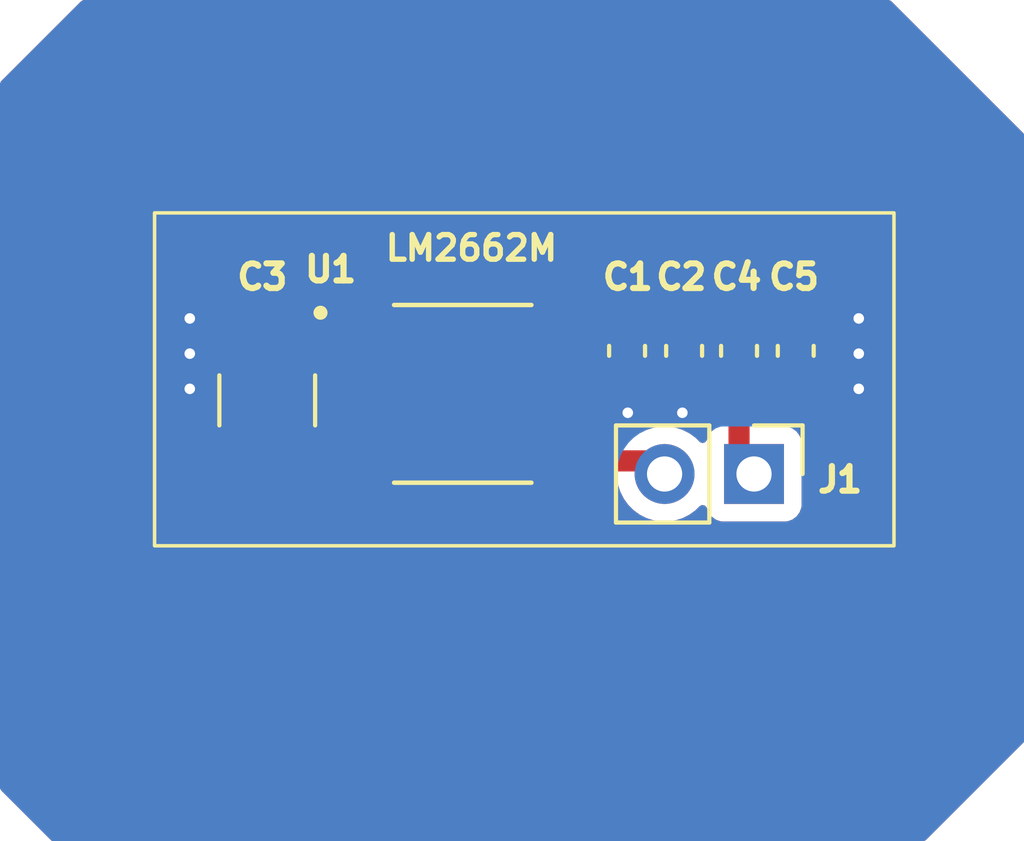
<source format=kicad_pcb>
(kicad_pcb (version 20241229) (generator "pcbnew") (generator_version "9.0")
  (layers (0 "F.Cu" signal) (4 "In1.Cu" signal) (6 "In2.Cu" signal) (2 "B.Cu" signal) (13 "F.Paste" user) (15 "B.Paste" user) (5 "F.SilkS" user "F.Silkscreen") (7 "B.SilkS" user "B.Silkscreen") (1 "F.Mask" user) (3 "B.Mask" user) (25 "Edge.Cuts" user))
  (net 0 "")
  (net 1 "/LM2662M/GND")
  (net 2 "/LM2662M/VCC")
  (net 3 "Net-(U1-CAP+)")
  (net 4 "Net-(U1-CAP-)")
  (net 5 "/LM2662M/VEE")
  (net 6 "Net-(J1-Pin_2)")
  (footprint "Capacitor_SMD:C_1210_3225Metric_Pad1.33x2.70mm_HandSolder" (layer "F.Cu") (at 145.2 85.3275 -90)
    (property "Reference" "C3" (at -3.5075 0.14 180) (layer "F.SilkS") (effects (font (size 0.7 0.7) (thickness 1.53))))
    (property "Value" "47uF")
    (fp_line (start -0.711252 1.36) (end 0.711252 1.36) (stroke (width 0.12)) (layer "F.SilkS"))
    (fp_line (start -0.711252 -1.36) (end 0.711252 -1.36) (stroke (width 0.12)) (layer "F.SilkS"))
    (pad "1" smd roundrect (at -1.5625 0 270) (size 1.325 2.7) (layers "F.Cu" "F.Mask" "F.Paste") (roundrect_rratio 0.188679) (net 3 "Net-(U1-CAP+)"))
    (pad "2" smd roundrect (at 1.5625 0 270) (size 1.325 2.7) (layers "F.Cu" "F.Mask" "F.Paste") (roundrect_rratio 0.188679) (net 4 "Net-(U1-CAP-)"))
  )
  (footprint "Capacitor_SMD:C_0603_1608Metric" (layer "F.Cu") (at 157.04 83.92 -90)
    (property "Reference" "C2" (at -2.1 0.08 180) (layer "F.SilkS") (effects (font (size 0.7 0.7) (thickness 1.53))))
    (property "Value" "0.1uF")
    (fp_line (start -0.14058 0.51) (end 0.14058 0.51) (stroke (width 0.12)) (layer "F.SilkS"))
    (fp_line (start -0.14058 -0.51) (end 0.14058 -0.51) (stroke (width 0.12)) (layer "F.SilkS"))
    (pad "1" smd roundrect (at -0.775 0 270) (size 0.9 0.95) (layers "F.Cu" "F.Mask" "F.Paste") (net 2 "/LM2662M/VCC"))
    (pad "2" smd roundrect (at 0.775 0 270) (size 0.9 0.95) (layers "F.Cu" "F.Mask" "F.Paste") (net 1 "/LM2662M/GND"))
  )
  (footprint "Capacitor_SMD:C_0603_1608Metric" (layer "F.Cu") (at 158.6 83.92 90)
    (property "Reference" "C4" (at 2.1 -0.07 180) (layer "F.SilkS") (effects (font (size 0.7 0.7) (thickness 1.53))))
    (property "Value" "10uF")
    (fp_line (start -0.14058 -0.51) (end 0.14058 -0.51) (stroke (width 0.12)) (layer "F.SilkS"))
    (fp_line (start -0.14058 0.51) (end 0.14058 0.51) (stroke (width 0.12)) (layer "F.SilkS"))
    (pad "1" smd roundrect (at -0.775 0 90) (size 0.9 0.95) (layers "F.Cu" "F.Mask" "F.Paste") (net 5 "/LM2662M/VEE"))
    (pad "2" smd roundrect (at 0.775 0 90) (size 0.9 0.95) (layers "F.Cu" "F.Mask" "F.Paste") (net 1 "/LM2662M/GND"))
  )
  (footprint "Connector_PinHeader_2.54mm:PinHeader_1x02_P2.54mm_Vertical" (layer "F.Cu") (at 159.025 87.42 -90)
    (property "Reference" "J1" (at 0.16 -2.445 180) (layer "F.SilkS") (effects (font (size 0.7 0.7) (thickness 1.53))))
    (property "Value" "Jumper")
    (fp_line (start -1.38 3.92) (end 1.38 3.92) (stroke (width 0.12)) (layer "F.SilkS"))
    (fp_line (start -1.38 1.27) (end -1.38 3.92) (stroke (width 0.12)) (layer "F.SilkS"))
    (fp_line (start -1.38 1.27) (end 1.38 1.27) (stroke (width 0.12)) (layer "F.SilkS"))
    (fp_line (start 1.38 1.27) (end 1.38 3.92) (stroke (width 0.12)) (layer "F.SilkS"))
    (fp_line (start -1.38 0) (end -1.38 -1.38) (stroke (width 0.12)) (layer "F.SilkS"))
    (fp_line (start -1.38 -1.38) (end 0 -1.38) (stroke (width 0.12)) (layer "F.SilkS"))
    (pad "1" thru_hole rect (at 0 0 270) (size 1.7 1.7) (drill 1) (layers "*.Cu" "*.Mask") (net 5 "/LM2662M/VEE"))
    (pad "2" thru_hole circle (at 0 2.54 270) (size 1.7 1.7) (drill 1) (layers "*.Cu" "*.Mask") (net 6 "Net-(J1-Pin_2)"))
  )
  (footprint "LM2662M:SOIC127P599X175-8N" (layer "F.Cu") (at 150.7525 85.1425)
    (property "Reference" "U1" (at -3.7525 -3.537 0) (layer "F.SilkS") (effects (font (size 0.7 0.7) (thickness 0.175))))
    (property "Value" "LM2662M")
    (fp_line (start -1.95 -2.525) (end 1.95 -2.525) (stroke (width 0.127)) (layer "F.SilkS"))
    (fp_line (start -1.95 2.525) (end 1.95 2.525) (stroke (width 0.127)) (layer "F.SilkS"))
    (fp_circle (center -4.04 -2.305) (end -3.94 -2.305) (stroke (width 0.2)) (fill no) (layer "F.SilkS"))
    (pad "1" smd roundrect (at -2.47 -1.905) (size 1.97 0.6) (layers "F.Cu" "F.Mask" "F.Paste") (roundrect_rratio 0.125))
    (pad "2" smd roundrect (at -2.47 -0.635) (size 1.97 0.6) (layers "F.Cu" "F.Mask" "F.Paste") (roundrect_rratio 0.125) (net 3 "Net-(U1-CAP+)"))
    (pad "3" smd roundrect (at -2.47 0.635) (size 1.97 0.6) (layers "F.Cu" "F.Mask" "F.Paste") (roundrect_rratio 0.125) (net 1 "/LM2662M/GND"))
    (pad "4" smd roundrect (at -2.47 1.905) (size 1.97 0.6) (layers "F.Cu" "F.Mask" "F.Paste") (roundrect_rratio 0.125) (net 4 "Net-(U1-CAP-)"))
    (pad "5" smd roundrect (at 2.47 1.905) (size 1.97 0.6) (layers "F.Cu" "F.Mask" "F.Paste") (roundrect_rratio 0.125) (net 6 "Net-(J1-Pin_2)"))
    (pad "6" smd roundrect (at 2.47 0.635) (size 1.97 0.6) (layers "F.Cu" "F.Mask" "F.Paste") (roundrect_rratio 0.125))
    (pad "7" smd roundrect (at 2.47 -0.635) (size 1.97 0.6) (layers "F.Cu" "F.Mask" "F.Paste") (roundrect_rratio 0.125))
    (pad "8" smd roundrect (at 2.47 -1.905) (size 1.97 0.6) (layers "F.Cu" "F.Mask" "F.Paste") (roundrect_rratio 0.125) (net 2 "/LM2662M/VCC"))
  )
  (footprint "Capacitor_SMD:C_0603_1608Metric" (layer "F.Cu") (at 155.42 83.92 -90)
    (property "Reference" "C1" (at -2.1 -0.02 180) (layer "F.SilkS") (effects (font (size 0.7 0.7) (thickness 1.53))))
    (property "Value" "10uF")
    (fp_line (start -0.14058 0.51) (end 0.14058 0.51) (stroke (width 0.12)) (layer "F.SilkS"))
    (fp_line (start -0.14058 -0.51) (end 0.14058 -0.51) (stroke (width 0.12)) (layer "F.SilkS"))
    (pad "1" smd roundrect (at -0.775 0 270) (size 0.9 0.95) (layers "F.Cu" "F.Mask" "F.Paste") (net 2 "/LM2662M/VCC"))
    (pad "2" smd roundrect (at 0.775 0 270) (size 0.9 0.95) (layers "F.Cu" "F.Mask" "F.Paste") (net 1 "/LM2662M/GND"))
  )
  (footprint "Capacitor_SMD:C_0603_1608Metric" (layer "F.Cu") (at 160.21 83.92 90)
    (property "Reference" "C5" (at 2.1 -0.05 180) (layer "F.SilkS") (effects (font (size 0.7 0.7) (thickness 1.53))))
    (property "Value" "0.1uF")
    (fp_line (start -0.14058 -0.51) (end 0.14058 -0.51) (stroke (width 0.12)) (layer "F.SilkS"))
    (fp_line (start -0.14058 0.51) (end 0.14058 0.51) (stroke (width 0.12)) (layer "F.SilkS"))
    (pad "1" smd roundrect (at -0.775 0 90) (size 0.9 0.95) (layers "F.Cu" "F.Mask" "F.Paste") (net 5 "/LM2662M/VEE"))
    (pad "2" smd roundrect (at 0.775 0 90) (size 0.9 0.95) (layers "F.Cu" "F.Mask" "F.Paste") (net 1 "/LM2662M/GND"))
  )
  (gr_rect (start 142 80) (end 163 89.46) (stroke (width 0.1)) (fill no) (layer "F.SilkS"))
  (gr_text "LM2662M" (at 151 81 0) (layer "F.SilkS") (effects (font (size 0.7 0.7) (thickness 0.153) (bold yes))))
  (via (at 143 83) (size 0.6) (drill 0.3) (layers "F.Cu" "B.Cu") (net 1))
  (via (at 143 84) (size 0.6) (drill 0.3) (layers "F.Cu" "B.Cu") (net 1))
  (via (at 162 85) (size 0.6) (drill 0.3) (layers "F.Cu" "B.Cu") (net 1))
  (via (at 155.44 85.68) (size 0.6) (drill 0.3) (layers "F.Cu" "B.Cu") (net 1))
  (via (at 162 84) (size 0.6) (drill 0.3) (layers "F.Cu" "B.Cu") (net 1))
  (via (at 162 83) (size 0.6) (drill 0.3) (layers "F.Cu" "B.Cu") (net 1))
  (via (at 156.99 85.68) (size 0.6) (drill 0.3) (layers "F.Cu" "B.Cu") (net 1))
  (via (at 143 85) (size 0.6) (drill 0.3) (layers "F.Cu" "B.Cu") (net 1))
  (segment (start 155.42 83.145) (end 157.04 83.145) (width 0.6) (layer "F.Cu") (net 2))
  (segment (start 153.2225 83.2375) (end 155.3275 83.2375) (width 0.6) (layer "F.Cu") (net 2))
  (segment (start 155.3275 83.2375) (end 155.42 83.145) (width 0.6) (layer "F.Cu") (net 2))
  (segment (start 145.9425 84.5075) (end 145.2 83.765) (width 0.6) (layer "F.Cu") (net 3))
  (segment (start 148.2825 84.5075) (end 145.9425 84.5075) (width 0.6) (layer "F.Cu") (net 3))
  (segment (start 148.2825 87.0475) (end 145.3575 87.0475) (width 0.6) (layer "F.Cu") (net 4))
  (segment (start 145.3575 87.0475) (end 145.2 86.89) (width 0.6) (layer "F.Cu") (net 4))
  (segment (start 158.6 86.995) (end 159.025 87.42) (width 0.6) (layer "F.Cu") (net 5))
  (segment (start 158.6 84.695) (end 160.21 84.695) (width 0.6) (layer "F.Cu") (net 5))
  (segment (start 158.6 84.695) (end 158.6 86.995) (width 0.6) (layer "F.Cu") (net 5))
  (segment (start 156.1125 87.0475) (end 156.485 87.42) (width 0.6) (layer "F.Cu") (net 6))
  (segment (start 153.2225 87.0475) (end 156.1125 87.0475) (width 0.6) (layer "F.Cu") (net 6))
  (zone (net 1) (net_name "/LM2662M/GND") (layers "F.Cu" "B.Cu" "In1.Cu" "In2.Cu") (name "TBR") (connect_pads yes (clearance 0.5)) (min_thickness 0.25) (fill yes (thermal_gap 0.5) (thermal_bridge_width 0.5))
    (polygon (pts (xy 139.95 73.95) (xy 162.89 73.95) (xy 166.71 77.77) (xy 166.71 95.02) (xy 163.87 97.86) (xy 139.09 97.86) (xy 137.61 96.38) (xy 137.61 76.29)))
  )
)
</source>
